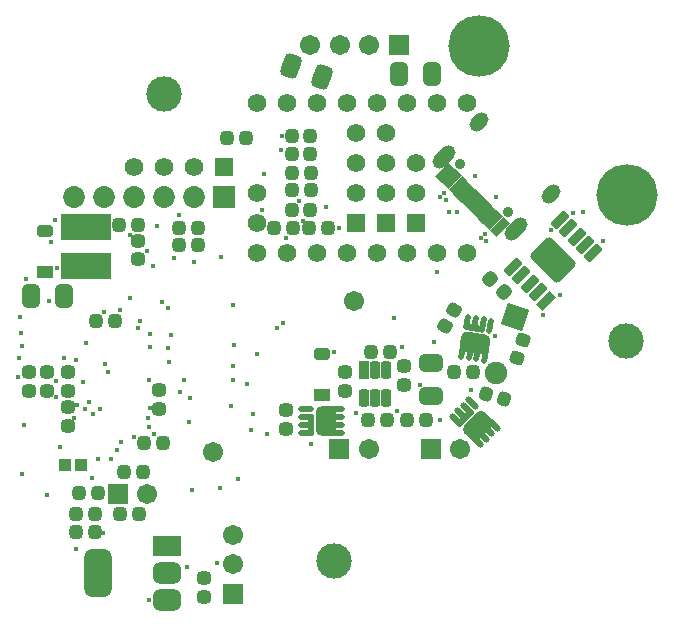
<source format=gbs>
G04*
G04 #@! TF.GenerationSoftware,Altium Limited,Altium Designer,23.11.1 (41)*
G04*
G04 Layer_Color=16711935*
%FSLAX44Y44*%
%MOMM*%
G71*
G04*
G04 #@! TF.SameCoordinates,79A2741A-1FD1-431D-8CB4-14BDB42BD488*
G04*
G04*
G04 #@! TF.FilePolarity,Negative*
G04*
G01*
G75*
G04:AMPARAMS|DCode=97|XSize=1.2032mm|YSize=1.1032mm|CornerRadius=0.3266mm|HoleSize=0mm|Usage=FLASHONLY|Rotation=90.000|XOffset=0mm|YOffset=0mm|HoleType=Round|Shape=RoundedRectangle|*
%AMROUNDEDRECTD97*
21,1,1.2032,0.4500,0,0,90.0*
21,1,0.5500,1.1032,0,0,90.0*
1,1,0.6532,0.2250,0.2750*
1,1,0.6532,0.2250,-0.2750*
1,1,0.6532,-0.2250,-0.2750*
1,1,0.6532,-0.2250,0.2750*
%
%ADD97ROUNDEDRECTD97*%
%ADD108R,1.0032X1.1032*%
%ADD109C,3.0000*%
G04:AMPARAMS|DCode=110|XSize=2.0032mm|YSize=1.5032mm|CornerRadius=0.4266mm|HoleSize=0mm|Usage=FLASHONLY|Rotation=270.000|XOffset=0mm|YOffset=0mm|HoleType=Round|Shape=RoundedRectangle|*
%AMROUNDEDRECTD110*
21,1,2.0032,0.6500,0,0,270.0*
21,1,1.1500,1.5032,0,0,270.0*
1,1,0.8532,-0.3250,-0.5750*
1,1,0.8532,-0.3250,0.5750*
1,1,0.8532,0.3250,0.5750*
1,1,0.8532,0.3250,-0.5750*
%
%ADD110ROUNDEDRECTD110*%
G04:AMPARAMS|DCode=111|XSize=1.2032mm|YSize=1.1032mm|CornerRadius=0.3266mm|HoleSize=0mm|Usage=FLASHONLY|Rotation=180.000|XOffset=0mm|YOffset=0mm|HoleType=Round|Shape=RoundedRectangle|*
%AMROUNDEDRECTD111*
21,1,1.2032,0.4500,0,0,180.0*
21,1,0.5500,1.1032,0,0,180.0*
1,1,0.6532,-0.2750,0.2250*
1,1,0.6532,0.2750,0.2250*
1,1,0.6532,0.2750,-0.2250*
1,1,0.6532,-0.2750,-0.2250*
%
%ADD111ROUNDEDRECTD111*%
G04:AMPARAMS|DCode=112|XSize=2.0032mm|YSize=1.5032mm|CornerRadius=0.4266mm|HoleSize=0mm|Usage=FLASHONLY|Rotation=180.000|XOffset=0mm|YOffset=0mm|HoleType=Round|Shape=RoundedRectangle|*
%AMROUNDEDRECTD112*
21,1,2.0032,0.6500,0,0,180.0*
21,1,1.1500,1.5032,0,0,180.0*
1,1,0.8532,-0.5750,0.3250*
1,1,0.8532,0.5750,0.3250*
1,1,0.8532,0.5750,-0.3250*
1,1,0.8532,-0.5750,-0.3250*
%
%ADD112ROUNDEDRECTD112*%
G04:AMPARAMS|DCode=119|XSize=1.2032mm|YSize=1.1032mm|CornerRadius=0.3266mm|HoleSize=0mm|Usage=FLASHONLY|Rotation=225.000|XOffset=0mm|YOffset=0mm|HoleType=Round|Shape=RoundedRectangle|*
%AMROUNDEDRECTD119*
21,1,1.2032,0.4500,0,0,225.0*
21,1,0.5500,1.1032,0,0,225.0*
1,1,0.6532,-0.3536,-0.0354*
1,1,0.6532,0.0354,0.3536*
1,1,0.6532,0.3536,0.0354*
1,1,0.6532,-0.0354,-0.3536*
%
%ADD119ROUNDEDRECTD119*%
G04:AMPARAMS|DCode=121|XSize=1.2032mm|YSize=1.1032mm|CornerRadius=0.3266mm|HoleSize=0mm|Usage=FLASHONLY|Rotation=162.000|XOffset=0mm|YOffset=0mm|HoleType=Round|Shape=RoundedRectangle|*
%AMROUNDEDRECTD121*
21,1,1.2032,0.4500,0,0,162.0*
21,1,0.5500,1.1032,0,0,162.0*
1,1,0.6532,-0.1920,0.2990*
1,1,0.6532,0.3311,0.1290*
1,1,0.6532,0.1920,-0.2990*
1,1,0.6532,-0.3311,-0.1290*
%
%ADD121ROUNDEDRECTD121*%
%ADD122C,1.5748*%
%ADD123P,2.6915X4X296.0*%
%ADD124C,1.9032*%
%ADD125C,1.8508*%
%ADD126R,1.8508X1.8508*%
%ADD127R,1.5494X1.5494*%
%ADD128R,1.7112X1.7112*%
%ADD129C,1.7112*%
%ADD130R,1.7112X1.7112*%
G04:AMPARAMS|DCode=131|XSize=1.2032mm|YSize=1.8032mm|CornerRadius=0mm|HoleSize=0mm|Usage=FLASHONLY|Rotation=315.000|XOffset=0mm|YOffset=0mm|HoleType=Round|Shape=Round|*
%AMOVALD131*
21,1,0.6000,1.2032,0.0000,0.0000,45.0*
1,1,1.2032,-0.2121,-0.2121*
1,1,1.2032,0.2121,0.2121*
%
%ADD131OVALD131*%

%ADD132C,0.8782*%
G04:AMPARAMS|DCode=133|XSize=1.2032mm|YSize=2.3032mm|CornerRadius=0mm|HoleSize=0mm|Usage=FLASHONLY|Rotation=315.000|XOffset=0mm|YOffset=0mm|HoleType=Round|Shape=Round|*
%AMOVALD133*
21,1,1.1000,1.2032,0.0000,0.0000,45.0*
1,1,1.2032,-0.3889,-0.3889*
1,1,1.2032,0.3889,0.3889*
%
%ADD133OVALD133*%

%ADD134R,1.5494X1.5494*%
%ADD135C,5.2032*%
%ADD136C,1.7032*%
%ADD137R,2.3532X1.8032*%
G04:AMPARAMS|DCode=138|XSize=1.8032mm|YSize=2.3532mm|CornerRadius=0.5016mm|HoleSize=0mm|Usage=FLASHONLY|Rotation=90.000|XOffset=0mm|YOffset=0mm|HoleType=Round|Shape=RoundedRectangle|*
%AMROUNDEDRECTD138*
21,1,1.8032,1.3500,0,0,90.0*
21,1,0.8000,2.3532,0,0,90.0*
1,1,1.0032,0.6750,0.4000*
1,1,1.0032,0.6750,-0.4000*
1,1,1.0032,-0.6750,-0.4000*
1,1,1.0032,-0.6750,0.4000*
%
%ADD138ROUNDEDRECTD138*%
G04:AMPARAMS|DCode=139|XSize=4.0532mm|YSize=2.3532mm|CornerRadius=0.6391mm|HoleSize=0mm|Usage=FLASHONLY|Rotation=90.000|XOffset=0mm|YOffset=0mm|HoleType=Round|Shape=RoundedRectangle|*
%AMROUNDEDRECTD139*
21,1,4.0532,1.0750,0,0,90.0*
21,1,2.7750,2.3532,0,0,90.0*
1,1,1.2782,0.5375,1.3875*
1,1,1.2782,0.5375,-1.3875*
1,1,1.2782,-0.5375,-1.3875*
1,1,1.2782,-0.5375,1.3875*
%
%ADD139ROUNDEDRECTD139*%
G04:AMPARAMS|DCode=140|XSize=0.5032mm|YSize=1.3532mm|CornerRadius=0.1766mm|HoleSize=0mm|Usage=FLASHONLY|Rotation=170.000|XOffset=0mm|YOffset=0mm|HoleType=Round|Shape=RoundedRectangle|*
%AMROUNDEDRECTD140*
21,1,0.5032,1.0000,0,0,170.0*
21,1,0.1500,1.3532,0,0,170.0*
1,1,0.3532,0.0130,0.5054*
1,1,0.3532,0.1607,0.4794*
1,1,0.3532,-0.0130,-0.5054*
1,1,0.3532,-0.1607,-0.4794*
%
%ADD140ROUNDEDRECTD140*%
G04:AMPARAMS|DCode=141|XSize=2.5032mm|YSize=1.7032mm|CornerRadius=0.4766mm|HoleSize=0mm|Usage=FLASHONLY|Rotation=170.000|XOffset=0mm|YOffset=0mm|HoleType=Round|Shape=RoundedRectangle|*
%AMROUNDEDRECTD141*
21,1,2.5032,0.7500,0,0,170.0*
21,1,1.5500,1.7032,0,0,170.0*
1,1,0.9532,-0.6981,0.5039*
1,1,0.9532,0.8283,0.2347*
1,1,0.9532,0.6981,-0.5039*
1,1,0.9532,-0.8283,-0.2347*
%
%ADD141ROUNDEDRECTD141*%
G04:AMPARAMS|DCode=142|XSize=0.5532mm|YSize=1.8372mm|CornerRadius=0.1891mm|HoleSize=0mm|Usage=FLASHONLY|Rotation=80.000|XOffset=0mm|YOffset=0mm|HoleType=Round|Shape=RoundedRectangle|*
%AMROUNDEDRECTD142*
21,1,0.5532,1.4590,0,0,80.0*
21,1,0.1750,1.8372,0,0,80.0*
1,1,0.3782,0.7336,-0.0405*
1,1,0.3782,0.7032,-0.2129*
1,1,0.3782,-0.7336,0.0405*
1,1,0.3782,-0.7032,0.2129*
%
%ADD142ROUNDEDRECTD142*%
G04:AMPARAMS|DCode=143|XSize=1.4032mm|YSize=1.0032mm|CornerRadius=0.3016mm|HoleSize=0mm|Usage=FLASHONLY|Rotation=0.000|XOffset=0mm|YOffset=0mm|HoleType=Round|Shape=RoundedRectangle|*
%AMROUNDEDRECTD143*
21,1,1.4032,0.4000,0,0,0.0*
21,1,0.8000,1.0032,0,0,0.0*
1,1,0.6032,0.4000,-0.2000*
1,1,0.6032,-0.4000,-0.2000*
1,1,0.6032,-0.4000,0.2000*
1,1,0.6032,0.4000,0.2000*
%
%ADD143ROUNDEDRECTD143*%
%ADD144R,1.4032X1.0032*%
G04:AMPARAMS|DCode=145|XSize=2.5032mm|YSize=3.4032mm|CornerRadius=0.3891mm|HoleSize=0mm|Usage=FLASHONLY|Rotation=45.000|XOffset=0mm|YOffset=0mm|HoleType=Round|Shape=RoundedRectangle|*
%AMROUNDEDRECTD145*
21,1,2.5032,2.6250,0,0,45.0*
21,1,1.7250,3.4032,0,0,45.0*
1,1,0.7782,1.5380,-0.3182*
1,1,0.7782,0.3182,-1.5380*
1,1,0.7782,-1.5380,0.3182*
1,1,0.7782,-0.3182,1.5380*
%
%ADD145ROUNDEDRECTD145*%
G04:AMPARAMS|DCode=146|XSize=0.8032mm|YSize=1.6532mm|CornerRadius=0.2516mm|HoleSize=0mm|Usage=FLASHONLY|Rotation=315.000|XOffset=0mm|YOffset=0mm|HoleType=Round|Shape=RoundedRectangle|*
%AMROUNDEDRECTD146*
21,1,0.8032,1.1500,0,0,315.0*
21,1,0.3000,1.6532,0,0,315.0*
1,1,0.5032,-0.3005,-0.5127*
1,1,0.5032,-0.5127,-0.3005*
1,1,0.5032,0.3005,0.5127*
1,1,0.5032,0.5127,0.3005*
%
%ADD146ROUNDEDRECTD146*%
G04:AMPARAMS|DCode=147|XSize=0.8032mm|YSize=1.6532mm|CornerRadius=0mm|HoleSize=0mm|Usage=FLASHONLY|Rotation=315.000|XOffset=0mm|YOffset=0mm|HoleType=Round|Shape=Rectangle|*
%AMROTATEDRECTD147*
4,1,4,-0.8685,-0.3005,0.3005,0.8685,0.8685,0.3005,-0.3005,-0.8685,-0.8685,-0.3005,0.0*
%
%ADD147ROTATEDRECTD147*%

G04:AMPARAMS|DCode=148|XSize=0.5032mm|YSize=1.6532mm|CornerRadius=0mm|HoleSize=0mm|Usage=FLASHONLY|Rotation=315.000|XOffset=0mm|YOffset=0mm|HoleType=Round|Shape=Rectangle|*
%AMROTATEDRECTD148*
4,1,4,-0.7624,-0.4066,0.4066,0.7624,0.7624,0.4066,-0.4066,-0.7624,-0.7624,-0.4066,0.0*
%
%ADD148ROTATEDRECTD148*%

%ADD149R,4.2032X2.2032*%
G04:AMPARAMS|DCode=150|XSize=2.0032mm|YSize=1.5032mm|CornerRadius=0.4266mm|HoleSize=0mm|Usage=FLASHONLY|Rotation=70.000|XOffset=0mm|YOffset=0mm|HoleType=Round|Shape=RoundedRectangle|*
%AMROUNDEDRECTD150*
21,1,2.0032,0.6500,0,0,70.0*
21,1,1.1500,1.5032,0,0,70.0*
1,1,0.8532,0.5021,0.4292*
1,1,0.8532,0.1087,-0.6515*
1,1,0.8532,-0.5021,-0.4292*
1,1,0.8532,-0.1087,0.6515*
%
%ADD150ROUNDEDRECTD150*%
G04:AMPARAMS|DCode=151|XSize=0.9032mm|YSize=1.5032mm|CornerRadius=0.2766mm|HoleSize=0mm|Usage=FLASHONLY|Rotation=180.000|XOffset=0mm|YOffset=0mm|HoleType=Round|Shape=RoundedRectangle|*
%AMROUNDEDRECTD151*
21,1,0.9032,0.9500,0,0,180.0*
21,1,0.3500,1.5032,0,0,180.0*
1,1,0.5532,-0.1750,0.4750*
1,1,0.5532,0.1750,0.4750*
1,1,0.5532,0.1750,-0.4750*
1,1,0.5532,-0.1750,-0.4750*
%
%ADD151ROUNDEDRECTD151*%
%ADD152R,0.9032X1.5032*%
G04:AMPARAMS|DCode=153|XSize=0.5032mm|YSize=1.3532mm|CornerRadius=0.1766mm|HoleSize=0mm|Usage=FLASHONLY|Rotation=270.000|XOffset=0mm|YOffset=0mm|HoleType=Round|Shape=RoundedRectangle|*
%AMROUNDEDRECTD153*
21,1,0.5032,1.0000,0,0,270.0*
21,1,0.1500,1.3532,0,0,270.0*
1,1,0.3532,-0.5000,-0.0750*
1,1,0.3532,-0.5000,0.0750*
1,1,0.3532,0.5000,0.0750*
1,1,0.3532,0.5000,-0.0750*
%
%ADD153ROUNDEDRECTD153*%
G04:AMPARAMS|DCode=154|XSize=2.5032mm|YSize=1.7032mm|CornerRadius=0.4766mm|HoleSize=0mm|Usage=FLASHONLY|Rotation=270.000|XOffset=0mm|YOffset=0mm|HoleType=Round|Shape=RoundedRectangle|*
%AMROUNDEDRECTD154*
21,1,2.5032,0.7500,0,0,270.0*
21,1,1.5500,1.7032,0,0,270.0*
1,1,0.9532,-0.3750,-0.7750*
1,1,0.9532,-0.3750,0.7750*
1,1,0.9532,0.3750,0.7750*
1,1,0.9532,0.3750,-0.7750*
%
%ADD154ROUNDEDRECTD154*%
G04:AMPARAMS|DCode=155|XSize=0.5532mm|YSize=1.8372mm|CornerRadius=0.1891mm|HoleSize=0mm|Usage=FLASHONLY|Rotation=180.000|XOffset=0mm|YOffset=0mm|HoleType=Round|Shape=RoundedRectangle|*
%AMROUNDEDRECTD155*
21,1,0.5532,1.4590,0,0,180.0*
21,1,0.1750,1.8372,0,0,180.0*
1,1,0.3782,-0.0875,0.7295*
1,1,0.3782,0.0875,0.7295*
1,1,0.3782,0.0875,-0.7295*
1,1,0.3782,-0.0875,-0.7295*
%
%ADD155ROUNDEDRECTD155*%
G04:AMPARAMS|DCode=156|XSize=0.5032mm|YSize=1.3532mm|CornerRadius=0.1766mm|HoleSize=0mm|Usage=FLASHONLY|Rotation=225.000|XOffset=0mm|YOffset=0mm|HoleType=Round|Shape=RoundedRectangle|*
%AMROUNDEDRECTD156*
21,1,0.5032,1.0000,0,0,225.0*
21,1,0.1500,1.3532,0,0,225.0*
1,1,0.3532,-0.4066,0.3005*
1,1,0.3532,-0.3005,0.4066*
1,1,0.3532,0.4066,-0.3005*
1,1,0.3532,0.3005,-0.4066*
%
%ADD156ROUNDEDRECTD156*%
G04:AMPARAMS|DCode=157|XSize=2.5032mm|YSize=1.7032mm|CornerRadius=0.4766mm|HoleSize=0mm|Usage=FLASHONLY|Rotation=225.000|XOffset=0mm|YOffset=0mm|HoleType=Round|Shape=RoundedRectangle|*
%AMROUNDEDRECTD157*
21,1,2.5032,0.7500,0,0,225.0*
21,1,1.5500,1.7032,0,0,225.0*
1,1,0.9532,-0.8132,-0.2828*
1,1,0.9532,0.2828,0.8132*
1,1,0.9532,0.8132,0.2828*
1,1,0.9532,-0.2828,-0.8132*
%
%ADD157ROUNDEDRECTD157*%
G04:AMPARAMS|DCode=158|XSize=0.5532mm|YSize=1.8372mm|CornerRadius=0.1891mm|HoleSize=0mm|Usage=FLASHONLY|Rotation=135.000|XOffset=0mm|YOffset=0mm|HoleType=Round|Shape=RoundedRectangle|*
%AMROUNDEDRECTD158*
21,1,0.5532,1.4590,0,0,135.0*
21,1,0.1750,1.8372,0,0,135.0*
1,1,0.3782,0.4540,0.5777*
1,1,0.3782,0.5777,0.4540*
1,1,0.3782,-0.4540,-0.5777*
1,1,0.3782,-0.5777,-0.4540*
%
%ADD158ROUNDEDRECTD158*%
G04:AMPARAMS|DCode=159|XSize=1.2032mm|YSize=1.1032mm|CornerRadius=0.3266mm|HoleSize=0mm|Usage=FLASHONLY|Rotation=150.000|XOffset=0mm|YOffset=0mm|HoleType=Round|Shape=RoundedRectangle|*
%AMROUNDEDRECTD159*
21,1,1.2032,0.4500,0,0,150.0*
21,1,0.5500,1.1032,0,0,150.0*
1,1,0.6532,-0.1257,0.3324*
1,1,0.6532,0.3507,0.0574*
1,1,0.6532,0.1257,-0.3324*
1,1,0.6532,-0.3507,-0.0574*
%
%ADD159ROUNDEDRECTD159*%
G04:AMPARAMS|DCode=160|XSize=1.2032mm|YSize=1.1032mm|CornerRadius=0.3266mm|HoleSize=0mm|Usage=FLASHONLY|Rotation=252.000|XOffset=0mm|YOffset=0mm|HoleType=Round|Shape=RoundedRectangle|*
%AMROUNDEDRECTD160*
21,1,1.2032,0.4500,0,0,252.0*
21,1,0.5500,1.1032,0,0,252.0*
1,1,0.6532,-0.2990,-0.1920*
1,1,0.6532,-0.1290,0.3311*
1,1,0.6532,0.2990,0.1920*
1,1,0.6532,0.1290,-0.3311*
%
%ADD160ROUNDEDRECTD160*%
%ADD161C,0.4000*%
D97*
X336119Y386642D02*
D03*
X352119D02*
D03*
X352119Y371642D02*
D03*
X336119D02*
D03*
X366500Y340000D02*
D03*
X350500D02*
D03*
X169776Y260858D02*
D03*
X185776Y260858D02*
D03*
X169000Y97500D02*
D03*
X153000D02*
D03*
X169000Y82500D02*
D03*
X153000D02*
D03*
X206500Y97500D02*
D03*
X190500D02*
D03*
X209533Y133451D02*
D03*
X193533D02*
D03*
X433000Y177500D02*
D03*
X449000D02*
D03*
X336500Y340000D02*
D03*
X320500D02*
D03*
X281028Y415544D02*
D03*
X297028D02*
D03*
X226500Y157500D02*
D03*
X210500D02*
D03*
X400500Y177500D02*
D03*
X416500D02*
D03*
X419000Y235000D02*
D03*
X403000D02*
D03*
X351500Y355000D02*
D03*
X335500D02*
D03*
X205080Y342138D02*
D03*
X189080Y342138D02*
D03*
X240500Y325000D02*
D03*
X256500D02*
D03*
X240500Y340000D02*
D03*
X256500D02*
D03*
X171500Y115000D02*
D03*
X155500D02*
D03*
X473000Y217500D02*
D03*
X489000D02*
D03*
X351500Y402500D02*
D03*
X335500D02*
D03*
X351500Y417500D02*
D03*
X335500D02*
D03*
D108*
X143598Y138938D02*
D03*
X157598D02*
D03*
D109*
X619037Y243924D02*
D03*
X371331Y57698D02*
D03*
X227673Y453502D02*
D03*
D110*
X454158Y470154D02*
D03*
X426158D02*
D03*
X114500Y282500D02*
D03*
X142500D02*
D03*
D111*
X128500Y218000D02*
D03*
Y202000D02*
D03*
X146000Y172000D02*
D03*
X146000Y188000D02*
D03*
X223500Y186532D02*
D03*
X223500Y202532D02*
D03*
X431000Y206500D02*
D03*
Y222500D02*
D03*
X381000Y218000D02*
D03*
Y202000D02*
D03*
X113500D02*
D03*
Y218000D02*
D03*
X146000Y218000D02*
D03*
Y202000D02*
D03*
X261000Y43000D02*
D03*
Y27000D02*
D03*
X205716Y313056D02*
D03*
Y329056D02*
D03*
X331000Y169500D02*
D03*
Y185500D02*
D03*
D112*
X453500Y225500D02*
D03*
Y197500D02*
D03*
D119*
X515157Y285343D02*
D03*
X503843Y296657D02*
D03*
D121*
X526586Y229882D02*
D03*
X531530Y245098D02*
D03*
D122*
X306095Y344032D02*
D03*
X306095Y318632D02*
D03*
Y369432D02*
D03*
X407695Y445632D02*
D03*
X433095Y445632D02*
D03*
X382295Y445632D02*
D03*
X356895D02*
D03*
X483895Y318632D02*
D03*
Y445632D02*
D03*
X331495Y445632D02*
D03*
X331495Y318632D02*
D03*
X356895Y318632D02*
D03*
X382295Y318632D02*
D03*
X407695D02*
D03*
X433095Y318632D02*
D03*
X458495Y318632D02*
D03*
Y445632D02*
D03*
X306095Y445632D02*
D03*
X415195Y369432D02*
D03*
Y394832D02*
D03*
Y420232D02*
D03*
X440595Y394832D02*
D03*
Y369432D02*
D03*
X252700Y391600D02*
D03*
X227300Y391600D02*
D03*
X201900Y391600D02*
D03*
X389795Y369432D02*
D03*
Y394832D02*
D03*
X389795Y420232D02*
D03*
D123*
X525039Y264782D02*
D03*
D124*
X508500Y216750D02*
D03*
D125*
X151100Y366200D02*
D03*
X176500Y366200D02*
D03*
X201900Y366200D02*
D03*
X227300D02*
D03*
X252700D02*
D03*
D126*
X278100D02*
D03*
D127*
X415195Y344032D02*
D03*
X440595D02*
D03*
X389795Y344032D02*
D03*
D128*
X426399Y495078D02*
D03*
X188500Y114750D02*
D03*
X376000Y152250D02*
D03*
X453500D02*
D03*
D129*
X401399Y495078D02*
D03*
X376399D02*
D03*
X351399D02*
D03*
X286250Y55000D02*
D03*
Y80000D02*
D03*
X213500Y114750D02*
D03*
X401000Y152250D02*
D03*
X478500D02*
D03*
D130*
X286250Y30000D02*
D03*
D131*
X493946Y429689D02*
D03*
X555039Y368595D02*
D03*
D132*
X478248Y393768D02*
D03*
X519118Y352898D02*
D03*
D133*
X464389Y400132D02*
D03*
X525482Y339038D02*
D03*
D134*
X278100Y391600D02*
D03*
D135*
X619493Y368048D02*
D03*
X494493Y494142D02*
D03*
D136*
X268660Y150469D02*
D03*
X388500Y278182D02*
D03*
D137*
X230250Y70500D02*
D03*
D138*
X230250Y47500D02*
D03*
X230250Y24500D02*
D03*
D139*
X171750Y47500D02*
D03*
D140*
X484190Y260377D02*
D03*
X490749Y259221D02*
D03*
X497308Y258064D02*
D03*
X503867Y256908D02*
D03*
X479728Y235068D02*
D03*
X486286Y233911D02*
D03*
X492845Y232754D02*
D03*
X499404Y231598D02*
D03*
D141*
X491091Y241985D02*
D03*
D142*
X490055Y255281D02*
D03*
D143*
X126414Y337500D02*
D03*
X361000Y233048D02*
D03*
D144*
X126414Y302500D02*
D03*
X361000Y198048D02*
D03*
D145*
X556998Y312420D02*
D03*
D146*
X562832Y346538D02*
D03*
X569903Y339467D02*
D03*
X576974Y332396D02*
D03*
X584045Y325325D02*
D03*
X591116Y318254D02*
D03*
X522880Y306586D02*
D03*
X529951Y299515D02*
D03*
X537022Y292444D02*
D03*
X544093Y285373D02*
D03*
D147*
X551164Y278302D02*
D03*
X465839Y386449D02*
D03*
X511801Y340487D02*
D03*
X506144Y346144D02*
D03*
X471496Y380792D02*
D03*
D148*
X501194Y351094D02*
D03*
X497658Y354629D02*
D03*
X476445Y375842D02*
D03*
X479981Y372307D02*
D03*
X487052Y365236D02*
D03*
X494123Y358165D02*
D03*
X483516Y368771D02*
D03*
X490587Y361700D02*
D03*
D149*
X161520Y307340D02*
D03*
Y340360D02*
D03*
D150*
X334800Y476974D02*
D03*
X361112Y467398D02*
D03*
D151*
X396500Y195500D02*
D03*
X406000D02*
D03*
X415500D02*
D03*
Y219500D02*
D03*
X406000D02*
D03*
D152*
X396500D02*
D03*
D153*
X348060Y166540D02*
D03*
Y173200D02*
D03*
Y179860D02*
D03*
Y186520D02*
D03*
X373760Y166540D02*
D03*
Y173200D02*
D03*
Y179860D02*
D03*
Y186520D02*
D03*
D154*
X364974Y176530D02*
D03*
D155*
X352060Y173200D02*
D03*
D156*
X474474Y177362D02*
D03*
X479183Y182071D02*
D03*
X483893Y186781D02*
D03*
X488602Y191490D02*
D03*
X492647Y159189D02*
D03*
X497356Y163899D02*
D03*
X502065Y168608D02*
D03*
X506775Y173317D02*
D03*
D157*
X493498Y172466D02*
D03*
D158*
X482012Y179243D02*
D03*
D159*
X465368Y256470D02*
D03*
X473368Y270326D02*
D03*
D160*
X515330Y194632D02*
D03*
X500114Y199576D02*
D03*
D161*
X553109Y324087D02*
D03*
X545331Y316309D02*
D03*
X560887D02*
D03*
X553109Y308531D02*
D03*
X568665D02*
D03*
X560887Y300753D02*
D03*
X290501Y127304D02*
D03*
X205136Y254975D02*
D03*
X207449Y261355D02*
D03*
X161803Y242065D02*
D03*
X179954Y217912D02*
D03*
X189969Y270657D02*
D03*
X198350Y280271D02*
D03*
X176796Y268986D02*
D03*
X177225Y224299D02*
D03*
X152884Y67818D02*
D03*
X175750Y81788D02*
D03*
X214606Y211292D02*
D03*
X233596Y249356D02*
D03*
X173679Y186702D02*
D03*
X151415Y179146D02*
D03*
X171898Y144526D02*
D03*
X166854Y128016D02*
D03*
X182602Y144272D02*
D03*
X135669Y210115D02*
D03*
X104817Y229633D02*
D03*
X104250Y213801D02*
D03*
X191027Y158321D02*
D03*
X214234Y178696D02*
D03*
X202037Y162980D02*
D03*
X215622Y187030D02*
D03*
X158853Y209641D02*
D03*
X154154Y189901D02*
D03*
X136232Y196556D02*
D03*
X142724Y229616D02*
D03*
X253214Y310896D02*
D03*
X248388Y175514D02*
D03*
X240768Y201168D02*
D03*
X244324Y210820D02*
D03*
X164060Y192786D02*
D03*
X161012Y186690D02*
D03*
X105386Y264668D02*
D03*
X240500Y350924D02*
D03*
X106148Y250698D02*
D03*
X215876Y250129D02*
D03*
X230608Y238252D02*
D03*
X230899Y272157D02*
D03*
X225810Y276832D02*
D03*
X236196Y314452D02*
D03*
X214606Y24384D02*
D03*
X198350Y333756D02*
D03*
X213082Y320294D02*
D03*
X218179Y307656D02*
D03*
X131729Y327804D02*
D03*
X137136Y306070D02*
D03*
X135358Y346202D02*
D03*
X128500Y113792D02*
D03*
X107418Y131826D02*
D03*
X215611Y239025D02*
D03*
X221464Y341122D02*
D03*
X250928Y117602D02*
D03*
X218790Y165100D02*
D03*
X274771Y119530D02*
D03*
X306593Y233312D02*
D03*
X297731Y208026D02*
D03*
X286119Y210820D02*
D03*
X286448Y240464D02*
D03*
X300814Y168656D02*
D03*
X167362Y181864D02*
D03*
X153414Y227562D02*
D03*
X231719Y226509D02*
D03*
X249658Y195834D02*
D03*
X272120Y55880D02*
D03*
X107418Y239522D02*
D03*
X247118Y52578D02*
D03*
X108688Y172974D02*
D03*
X139168Y154686D02*
D03*
X130532Y277622D02*
D03*
X458700Y302768D02*
D03*
X285722Y222500D02*
D03*
X302626Y182000D02*
D03*
X284456Y188722D02*
D03*
X285726Y274828D02*
D03*
X456414Y243114D02*
D03*
X562496Y283281D02*
D03*
X276074Y315214D02*
D03*
X187428Y152146D02*
D03*
X214606Y171450D02*
D03*
X310654Y355092D02*
D03*
X314682Y165100D02*
D03*
X326366Y405638D02*
D03*
X330430Y331470D02*
D03*
X345069Y345933D02*
D03*
X364529Y357886D02*
D03*
X342104Y362956D02*
D03*
X311888Y385064D02*
D03*
X327204Y417500D02*
D03*
X110268Y296619D02*
D03*
X422378Y263398D02*
D03*
X425172Y185166D02*
D03*
X495500Y331000D02*
D03*
X500516Y329000D02*
D03*
X475310Y353214D02*
D03*
X323324Y254645D02*
D03*
X328122Y259444D02*
D03*
X468524Y353214D02*
D03*
X555220Y337820D02*
D03*
X574016Y352044D02*
D03*
X491212Y383794D02*
D03*
X508230Y365760D02*
D03*
X465868Y363648D02*
D03*
X375518Y339746D02*
D03*
X487656Y202184D02*
D03*
X351766Y157226D02*
D03*
X461240Y177500D02*
D03*
X444064Y206500D02*
D03*
X390374Y183388D02*
D03*
X429236Y238760D02*
D03*
X371324Y235000D02*
D03*
X507722Y248666D02*
D03*
X464852Y369648D02*
D03*
X460852Y365648D02*
D03*
X499500Y335000D02*
D03*
X548108Y266192D02*
D03*
X599416Y328422D02*
D03*
X582398Y353060D02*
D03*
M02*

</source>
